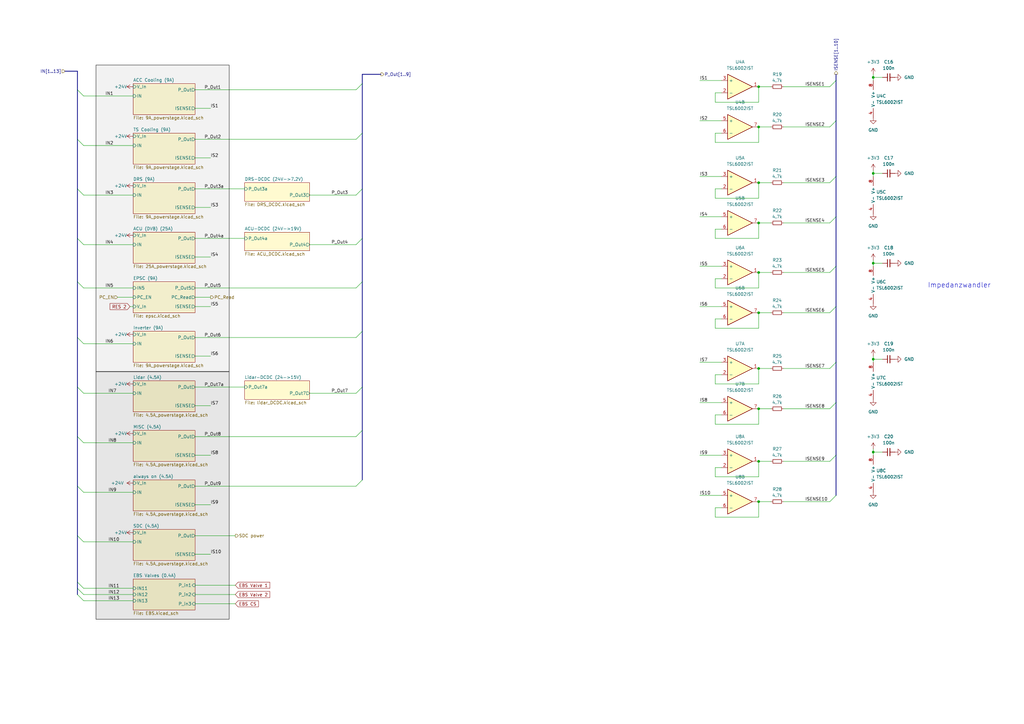
<source format=kicad_sch>
(kicad_sch (version 20231120) (generator "eeschema") (generator_version "8.0")
  (paper "A3")
  (title_block (title "PDU FT25") (date "2024-11-23") (rev "V1.1") (company "Janek Herm") (comment 1 "FaSTTUBe Electronics"))
  (lib_symbols
    (symbol "Device:C_Small" (pin_numbers hide) (pin_names (offset 0.254) hide)
      (property "Reference" "C" (at 0.254 1.778 0))
      (property "Value" "C_Small" (at 0.254 -2.032 0))
      (symbol "C_Small_0_1"
        (polyline (pts (xy -1.524 -0.508) (xy 1.524 -0.508)) (stroke (width 0.3302)))
        (polyline (pts (xy -1.524 0.508) (xy 1.524 0.508)) (stroke (width 0.3048)))
      )
      (symbol "C_Small_1_1"
        (pin passive line (at 0 2.54 270) (length 2.032) (name "~") (number "1"))
        (pin passive line (at 0 -2.54 90) (length 2.032) (name "~") (number "2"))
      )
    )
    (symbol "Device:Opamp_Dual"
      (property "Reference" "U" (at 0 5.08 0))
      (property "Value" "Opamp_Dual" (at 0 -5.08 0))
      (symbol "Opamp_Dual_1_1"
        (polyline (pts (xy -5.08 5.08) (xy 5.08 0) (xy -5.08 -5.08) (xy -5.08 5.08)) (stroke (width 0.254)) (fill (type background)))
        (pin output line (at 7.62 0 180) (length 2.54) (name "~") (number "1"))
        (pin input line (at -7.62 -2.54 0) (length 2.54) (name "-") (number "2"))
        (pin input line (at -7.62 2.54 0) (length 2.54) (name "+") (number "3"))
      )
      (symbol "Opamp_Dual_2_1"
        (polyline (pts (xy -5.08 5.08) (xy 5.08 0) (xy -5.08 -5.08) (xy -5.08 5.08)) (stroke (width 0.254)) (fill (type background)))
        (pin input line (at -7.62 2.54 0) (length 2.54) (name "+") (number "5"))
        (pin input line (at -7.62 -2.54 0) (length 2.54) (name "-") (number "6"))
        (pin output line (at 7.62 0 180) (length 2.54) (name "~") (number "7"))
      )
      (symbol "Opamp_Dual_3_1"
        (pin power_in line (at -2.54 -7.62 90) (length 3.81) (name "V-") (number "4"))
        (pin power_in line (at -2.54 7.62 270) (length 3.81) (name "V+") (number "8"))
      )
    )
    (symbol "Device:R_Small" (pin_numbers hide) (pin_names (offset 0.254) hide)
      (property "Reference" "R" (at 0.762 0.508 0))
      (property "Value" "R_Small" (at 0.762 -1.016 0))
      (symbol "R_Small_0_1"
        (rectangle (start -0.762 1.778) (end 0.762 -1.778) (stroke (width 0.2032)))
      )
      (symbol "R_Small_1_1"
        (pin passive line (at 0 2.54 270) (length 0.762) (name "~") (number "1"))
        (pin passive line (at 0 -2.54 90) (length 0.762) (name "~") (number "2"))
      )
    )
    (symbol "power:+12V" (power) (pin_numbers hide) (pin_names (offset 0) hide)
      (property "Value" "+12V" (at 0 3.556 0))
      (symbol "+12V_0_1"
        (polyline (pts (xy -0.762 1.27) (xy 0 2.54)))
        (polyline (pts (xy 0 0) (xy 0 2.54)))
        (polyline (pts (xy 0 2.54) (xy 0.762 1.27)))
      )
      (symbol "+12V_1_1"
        (pin power_in line (at 0 0 90) (length 0) (name "~") (number "1"))
      )
    )
    (symbol "power:+24V" (power) (pin_numbers hide) (pin_names (offset 0) hide)
      (property "Value" "+24V" (at 0 3.556 0))
      (symbol "+24V_0_1"
        (polyline (pts (xy -0.762 1.27) (xy 0 2.54)))
        (polyline (pts (xy 0 0) (xy 0 2.54)))
        (polyline (pts (xy 0 2.54) (xy 0.762 1.27)))
      )
      (symbol "+24V_1_1"
        (pin power_in line (at 0 0 90) (length 0) (name "~") (number "1"))
      )
    )
    (symbol "power:+3.3V" (power) (pin_numbers hide) (pin_names (offset 0) hide)
      (property "Value" "+3.3V" (at 0 3.556 0))
      (symbol "+3.3V_0_1"
        (polyline (pts (xy -0.762 1.27) (xy 0 2.54)))
        (polyline (pts (xy 0 0) (xy 0 2.54)))
        (polyline (pts (xy 0 2.54) (xy 0.762 1.27)))
      )
      (symbol "+3.3V_1_1"
        (pin power_in line (at 0 0 90) (length 0) (name "~") (number "1"))
      )
    )
    (symbol "power:GND" (power) (pin_numbers hide) (pin_names (offset 0) hide)
      (property "Value" "GND" (at 0 -3.81 0))
      (symbol "GND_0_1"
        (polyline (pts (xy 0 0) (xy 0 -1.27) (xy 1.27 -1.27) (xy 0 -2.54) (xy -1.27 -1.27) (xy 0 -1.27)))
      )
      (symbol "GND_1_1"
        (pin power_in line (at 0 0 270) (length 0) (name "~") (number "1"))
      )
    )
  )
  (junction (at 311.15 111.76))
  (junction (at 358.14 71.12))
  (junction (at 358.14 31.75))
  (junction (at 358.14 185.42))
  (junction (at 311.15 128.27))
  (junction (at 311.15 52.07))
  (junction (at 311.15 205.74))
  (junction (at 311.15 151.13))
  (junction (at 311.15 91.44))
  (junction (at 311.15 35.56))
  (junction (at 358.14 147.32))
  (junction (at 358.14 107.95))
  (junction (at 311.15 74.93))
  (junction (at 311.15 189.23))
  (junction (at 311.15 167.64))
  (bus_entry (at 31.75 199.39) (size 2.54 2.54))
  (bus_entry (at 34.29 80.01) (size -2.54 -2.54))
  (bus_entry (at 31.75 219.71) (size 2.54 2.54))
  (bus_entry (at 34.29 140.97) (size -2.54 -2.54))
  (bus_entry (at 340.36 151.13) (size 2.54 -2.54))
  (bus_entry (at 146.05 179.07) (size 2.54 -2.54))
  (bus_entry (at 340.36 189.23) (size 2.54 -2.54))
  (bus_entry (at 146.05 100.33) (size 2.54 -2.54))
  (bus_entry (at 146.05 199.39) (size 2.54 -2.54))
  (bus_entry (at 340.36 111.76) (size 2.54 -2.54))
  (bus_entry (at 340.36 205.74) (size 2.54 -2.54))
  (bus_entry (at 340.36 74.93) (size 2.54 -2.54))
  (bus_entry (at 34.29 118.11) (size -2.54 -2.54))
  (bus_entry (at 146.05 118.11) (size 2.54 -2.54))
  (bus_entry (at 340.36 52.07) (size 2.54 -2.54))
  (bus_entry (at 34.29 100.33) (size -2.54 -2.54))
  (bus_entry (at 146.05 57.15) (size 2.54 -2.54))
  (bus_entry (at 146.05 161.29) (size 2.54 -2.54))
  (bus_entry (at 340.36 167.64) (size 2.54 -2.54))
  (bus_entry (at 31.75 179.07) (size 2.54 2.54))
  (bus_entry (at 34.29 39.37) (size -2.54 -2.54))
  (bus_entry (at 146.05 80.01) (size 2.54 -2.54))
  (bus_entry (at 340.36 91.44) (size 2.54 -2.54))
  (bus_entry (at 31.75 238.76) (size 2.54 2.54))
  (bus_entry (at 31.75 243.84) (size 2.54 2.54))
  (bus_entry (at 31.75 241.3) (size 2.54 2.54))
  (bus_entry (at 340.36 128.27) (size 2.54 -2.54))
  (bus_entry (at 340.36 35.56) (size 2.54 -2.54))
  (bus_entry (at 34.29 59.69) (size -2.54 -2.54))
  (bus_entry (at 146.05 138.43) (size 2.54 -2.54))
  (bus_entry (at 146.05 36.83) (size 2.54 -2.54))
  (bus_entry (at 31.75 158.75) (size 2.54 2.54))
  (wire (pts (xy 293.37 130.81) (xy 293.37 134.62)))
  (bus (pts (xy 342.9 88.9) (xy 342.9 109.22)))
  (wire (pts (xy 311.15 189.23) (xy 311.15 195.58)))
  (bus (pts (xy 342.9 125.73) (xy 342.9 148.59)))
  (wire (pts (xy 321.31 52.07) (xy 340.36 52.07)))
  (wire (pts (xy 311.15 151.13) (xy 311.15 157.48)))
  (wire (pts (xy 34.29 100.33) (xy 54.61 100.33)))
  (wire (pts (xy 96.52 243.84) (xy 80.01 243.84)))
  (wire (pts (xy 321.31 205.74) (xy 340.36 205.74)))
  (bus (pts (xy 342.9 148.59) (xy 342.9 165.1)))
  (wire (pts (xy 358.14 30.48) (xy 358.14 31.75)))
  (wire (pts (xy 311.15 205.74) (xy 311.15 212.09)))
  (wire (pts (xy 311.15 128.27) (xy 311.15 134.62)))
  (wire (pts (xy 293.37 81.28) (xy 311.15 81.28)))
  (bus (pts (xy 31.75 241.3) (xy 31.75 243.84)))
  (wire (pts (xy 293.37 54.61) (xy 293.37 58.42)))
  (wire (pts (xy 311.15 74.93) (xy 316.23 74.93)))
  (wire (pts (xy 287.02 33.02) (xy 295.91 33.02)))
  (wire (pts (xy 311.15 189.23) (xy 316.23 189.23)))
  (wire (pts (xy 293.37 195.58) (xy 311.15 195.58)))
  (wire (pts (xy 80.01 146.05) (xy 86.36 146.05)))
  (wire (pts (xy 34.29 80.01) (xy 54.61 80.01)))
  (bus (pts (xy 31.75 238.76) (xy 31.75 241.3)))
  (wire (pts (xy 295.91 114.3) (xy 293.37 114.3)))
  (wire (pts (xy 295.91 191.77) (xy 293.37 191.77)))
  (wire (pts (xy 311.15 35.56) (xy 316.23 35.56)))
  (wire (pts (xy 295.91 130.81) (xy 293.37 130.81)))
  (wire (pts (xy 295.91 54.61) (xy 293.37 54.61)))
  (wire (pts (xy 311.15 111.76) (xy 316.23 111.76)))
  (wire (pts (xy 295.91 170.18) (xy 293.37 170.18)))
  (wire (pts (xy 287.02 148.59) (xy 295.91 148.59)))
  (bus (pts (xy 156.21 30.48) (xy 148.59 30.48)))
  (wire (pts (xy 358.14 107.95) (xy 361.95 107.95)))
  (wire (pts (xy 295.91 208.28) (xy 293.37 208.28)))
  (wire (pts (xy 358.14 69.85) (xy 358.14 71.12)))
  (wire (pts (xy 293.37 212.09) (xy 311.15 212.09)))
  (wire (pts (xy 80.01 77.47) (xy 100.33 77.47)))
  (bus (pts (xy 342.9 72.39) (xy 342.9 88.9)))
  (wire (pts (xy 80.01 44.45) (xy 86.36 44.45)))
  (bus (pts (xy 148.59 158.75) (xy 148.59 176.53)))
  (wire (pts (xy 321.31 151.13) (xy 340.36 151.13)))
  (wire (pts (xy 80.01 57.15) (xy 146.05 57.15)))
  (wire (pts (xy 358.14 185.42) (xy 358.14 186.69)))
  (wire (pts (xy 80.01 179.07) (xy 146.05 179.07)))
  (wire (pts (xy 287.02 125.73) (xy 295.91 125.73)))
  (wire (pts (xy 96.52 240.03) (xy 80.01 240.03)))
  (wire (pts (xy 287.02 109.22) (xy 295.91 109.22)))
  (wire (pts (xy 358.14 71.12) (xy 361.95 71.12)))
  (wire (pts (xy 80.01 138.43) (xy 146.05 138.43)))
  (bus (pts (xy 342.9 109.22) (xy 342.9 125.73)))
  (wire (pts (xy 311.15 167.64) (xy 316.23 167.64)))
  (wire (pts (xy 311.15 52.07) (xy 311.15 58.42)))
  (wire (pts (xy 358.14 31.75) (xy 361.95 31.75)))
  (bus (pts (xy 31.75 57.15) (xy 31.75 77.47)))
  (bus (pts (xy 31.75 29.21) (xy 31.75 36.83)))
  (wire (pts (xy 321.31 128.27) (xy 340.36 128.27)))
  (wire (pts (xy 287.02 72.39) (xy 295.91 72.39)))
  (wire (pts (xy 311.15 52.07) (xy 316.23 52.07)))
  (wire (pts (xy 80.01 105.41) (xy 86.36 105.41)))
  (wire (pts (xy 293.37 157.48) (xy 311.15 157.48)))
  (wire (pts (xy 311.15 205.74) (xy 316.23 205.74)))
  (wire (pts (xy 80.01 125.73) (xy 86.36 125.73)))
  (wire (pts (xy 293.37 97.79) (xy 311.15 97.79)))
  (wire (pts (xy 80.01 158.75) (xy 100.33 158.75)))
  (wire (pts (xy 295.91 93.98) (xy 293.37 93.98)))
  (bus (pts (xy 31.75 179.07) (xy 31.75 199.39)))
  (wire (pts (xy 80.01 207.01) (xy 86.36 207.01)))
  (bus (pts (xy 26.67 29.21) (xy 31.75 29.21)))
  (wire (pts (xy 80.01 36.83) (xy 146.05 36.83)))
  (wire (pts (xy 287.02 186.69) (xy 295.91 186.69)))
  (wire (pts (xy 293.37 58.42) (xy 311.15 58.42)))
  (bus (pts (xy 31.75 97.79) (xy 31.75 115.57)))
  (bus (pts (xy 148.59 176.53) (xy 148.59 196.85)))
  (wire (pts (xy 34.29 59.69) (xy 54.61 59.69)))
  (bus (pts (xy 342.9 186.69) (xy 342.9 203.2)))
  (wire (pts (xy 358.14 147.32) (xy 358.14 148.59)))
  (wire (pts (xy 295.91 153.67) (xy 293.37 153.67)))
  (bus (pts (xy 31.75 219.71) (xy 31.75 238.76)))
  (wire (pts (xy 321.31 91.44) (xy 340.36 91.44)))
  (wire (pts (xy 293.37 153.67) (xy 293.37 157.48)))
  (wire (pts (xy 34.29 39.37) (xy 54.61 39.37)))
  (wire (pts (xy 293.37 38.1) (xy 293.37 41.91)))
  (wire (pts (xy 34.29 222.25) (xy 54.61 222.25)))
  (wire (pts (xy 293.37 208.28) (xy 293.37 212.09)))
  (wire (pts (xy 80.01 64.77) (xy 86.36 64.77)))
  (bus (pts (xy 342.9 165.1) (xy 342.9 186.69)))
  (wire (pts (xy 34.29 118.11) (xy 54.61 118.11)))
  (wire (pts (xy 358.14 184.15) (xy 358.14 185.42)))
  (wire (pts (xy 321.31 74.93) (xy 340.36 74.93)))
  (wire (pts (xy 358.14 71.12) (xy 358.14 72.39)))
  (wire (pts (xy 293.37 134.62) (xy 311.15 134.62)))
  (wire (pts (xy 287.02 165.1) (xy 295.91 165.1)))
  (bus (pts (xy 148.59 77.47) (xy 148.59 97.79)))
  (wire (pts (xy 311.15 111.76) (xy 311.15 118.11)))
  (wire (pts (xy 321.31 111.76) (xy 340.36 111.76)))
  (wire (pts (xy 287.02 49.53) (xy 295.91 49.53)))
  (wire (pts (xy 80.01 121.92) (xy 86.36 121.92)))
  (wire (pts (xy 80.01 118.11) (xy 146.05 118.11)))
  (bus (pts (xy 31.75 158.75) (xy 31.75 179.07)))
  (wire (pts (xy 295.91 77.47) (xy 293.37 77.47)))
  (wire (pts (xy 293.37 170.18) (xy 293.37 173.99)))
  (bus (pts (xy 342.9 33.02) (xy 342.9 49.53)))
  (wire (pts (xy 34.29 243.84) (xy 54.61 243.84)))
  (wire (pts (xy 80.01 219.71) (xy 96.52 219.71)))
  (wire (pts (xy 127 100.33) (xy 146.05 100.33)))
  (bus (pts (xy 31.75 36.83) (xy 31.75 57.15)))
  (wire (pts (xy 34.29 181.61) (xy 54.61 181.61)))
  (wire (pts (xy 293.37 41.91) (xy 311.15 41.91)))
  (wire (pts (xy 293.37 118.11) (xy 311.15 118.11)))
  (wire (pts (xy 358.14 185.42) (xy 361.95 185.42)))
  (bus (pts (xy 148.59 135.89) (xy 148.59 158.75)))
  (wire (pts (xy 53.34 125.73) (xy 54.61 125.73)))
  (wire (pts (xy 311.15 74.93) (xy 311.15 81.28)))
  (wire (pts (xy 293.37 93.98) (xy 293.37 97.79)))
  (wire (pts (xy 295.91 38.1) (xy 293.37 38.1)))
  (bus (pts (xy 148.59 34.29) (xy 148.59 54.61)))
  (wire (pts (xy 54.61 201.93) (xy 34.29 201.93)))
  (wire (pts (xy 358.14 147.32) (xy 361.95 147.32)))
  (wire (pts (xy 293.37 173.99) (xy 311.15 173.99)))
  (wire (pts (xy 127 80.01) (xy 146.05 80.01)))
  (wire (pts (xy 80.01 199.39) (xy 146.05 199.39)))
  (bus (pts (xy 31.75 77.47) (xy 31.75 97.79)))
  (wire (pts (xy 293.37 191.77) (xy 293.37 195.58)))
  (bus (pts (xy 342.9 49.53) (xy 342.9 72.39)))
  (bus (pts (xy 148.59 97.79) (xy 148.59 115.57)))
  (bus (pts (xy 148.59 30.48) (xy 148.59 34.29)))
  (wire (pts (xy 80.01 186.69) (xy 86.36 186.69)))
  (wire (pts (xy 287.02 203.2) (xy 295.91 203.2)))
  (wire (pts (xy 80.01 247.65) (xy 96.52 247.65)))
  (bus (pts (xy 148.59 115.57) (xy 148.59 135.89)))
  (wire (pts (xy 321.31 35.56) (xy 340.36 35.56)))
  (wire (pts (xy 358.14 146.05) (xy 358.14 147.32)))
  (bus (pts (xy 31.75 199.39) (xy 31.75 219.71)))
  (bus (pts (xy 31.75 138.43) (xy 31.75 158.75)))
  (wire (pts (xy 311.15 91.44) (xy 311.15 97.79)))
  (wire (pts (xy 80.01 166.37) (xy 86.36 166.37)))
  (wire (pts (xy 311.15 167.64) (xy 311.15 173.99)))
  (wire (pts (xy 358.14 31.75) (xy 358.14 33.02)))
  (wire (pts (xy 311.15 91.44) (xy 316.23 91.44)))
  (wire (pts (xy 34.29 140.97) (xy 54.61 140.97)))
  (wire (pts (xy 321.31 189.23) (xy 340.36 189.23)))
  (wire (pts (xy 34.29 246.38) (xy 54.61 246.38)))
  (wire (pts (xy 358.14 106.68) (xy 358.14 107.95)))
  (wire (pts (xy 311.15 35.56) (xy 311.15 41.91)))
  (wire (pts (xy 293.37 77.47) (xy 293.37 81.28)))
  (wire (pts (xy 80.01 227.33) (xy 86.36 227.33)))
  (wire (pts (xy 287.02 88.9) (xy 295.91 88.9)))
  (bus (pts (xy 31.75 115.57) (xy 31.75 138.43)))
  (wire (pts (xy 311.15 151.13) (xy 316.23 151.13)))
  (wire (pts (xy 34.29 161.29) (xy 54.61 161.29)))
  (wire (pts (xy 358.14 107.95) (xy 358.14 109.22)))
  (wire (pts (xy 321.31 167.64) (xy 340.36 167.64)))
  (wire (pts (xy 80.01 85.09) (xy 86.36 85.09)))
  (wire (pts (xy 80.01 97.79) (xy 100.33 97.79)))
  (bus (pts (xy 148.59 54.61) (xy 148.59 77.47)))
  (wire (pts (xy 311.15 128.27) (xy 316.23 128.27)))
  (wire (pts (xy 127 161.29) (xy 146.05 161.29)))
  (wire (pts (xy 293.37 114.3) (xy 293.37 118.11)))
  (wire (pts (xy 34.29 241.3) (xy 54.61 241.3)))
  (wire (pts (xy 48.26 121.92) (xy 54.61 121.92)))
  (bus (pts (xy 342.9 30.48) (xy 342.9 33.02)))
  (rectangle (start 39.37 152.4) (end 93.98 254) (stroke (width 0) (color 0 0 0 1)) (fill (type color) (color 132 132 132 0.2)))
  (rectangle (start 39.37 26.67) (end 93.98 152.4) (stroke (width 0) (color 0 0 0 1)) (fill (type color) (color 194 194 194 0.2)))
  (text "Impedanzwandler" (at 393.446 117.094 0) (effects (font (size 2 2))))
  (label "P_Out8" (at 83.82 179.07 0))
  (label "ISENSE6" (at 330.2 128.27 0))
  (label "IS2" (at 86.36 64.77 0))
  (label "IN2" (at 43.18 59.69 0))
  (label "IS6" (at 86.36 146.05 0))
  (label "P_Out5" (at 83.82 118.11 0))
  (label "IS6" (at 287.02 125.73 0))
  (label "IS1" (at 86.36 44.45 0))
  (label "ISENSE9" (at 330.2 189.23 0))
  (label "IS7" (at 86.36 166.37 0))
  (label "P_Out1" (at 83.82 36.83 0))
  (label "IN4" (at 43.18 100.33 0))
  (label "IN10" (at 44.45 222.25 0))
  (label "IS5" (at 86.36 125.73 0))
  (label "P_Out2" (at 83.82 57.15 0))
  (label "IS9" (at 287.02 186.69 0))
  (label "IS8" (at 287.02 165.1 0))
  (label "P_Out7a" (at 83.82 158.75 0))
  (label "IN8" (at 44.45 181.61 0))
  (label "IS5" (at 287.02 109.22 0))
  (label "IS8" (at 86.36 186.69 0))
  (label "IS2" (at 287.02 49.53 0))
  (label "IS4" (at 287.02 88.9 0))
  (label "P_Out3" (at 135.89 80.01 0))
  (label "ISENSE3" (at 330.2 74.93 0))
  (label "IN6" (at 43.18 140.97 0))
  (label "IS1" (at 287.02 33.02 0))
  (label "IS10" (at 287.02 203.2 0))
  (label "P_Out3a" (at 83.82 77.47 0))
  (label "P_Out6" (at 83.82 138.43 0))
  (label "IS10" (at 86.36 227.33 0))
  (label "IN9" (at 44.45 201.93 0))
  (label "IN3" (at 43.18 80.01 0))
  (label "IS7" (at 287.02 148.59 0))
  (label "IS4" (at 86.36 105.41 0))
  (label "P_Out7" (at 135.89 161.29 0))
  (label "ISENSE4" (at 330.2 91.44 0))
  (label "IN12" (at 44.45 243.84 0))
  (label "P_Out4" (at 135.89 100.33 0))
  (label "IS3" (at 287.02 72.39 0))
  (label "P_Out9" (at 83.82 199.39 0))
  (label "IS9" (at 86.36 207.01 0))
  (label "IN7" (at 44.45 161.29 0))
  (label "ISENSE2" (at 330.2 52.07 0))
  (label "IS3" (at 86.36 85.09 0))
  (label "IN1" (at 43.18 39.37 0))
  (label "ISENSE10" (at 330.2 205.74 0))
  (label "ISENSE5" (at 330.2 111.76 0))
  (label "P_Out4a" (at 83.82 97.79 0))
  (label "ISENSE8" (at 330.2 167.64 0))
  (label "IN5" (at 43.18 118.11 0))
  (label "IN13" (at 44.45 246.38 0))
  (label "ISENSE1" (at 330.2 35.56 0))
  (label "ISENSE7" (at 330.2 151.13 0))
  (label "IN11" (at 44.45 241.3 0))
  (global_label "RES 2" (shape input) (at 53.34 125.73 180) (property "Intersheetrefs" "${INTERSHEET_REFS}" (effects (hide yes))))
  (global_label "EBS CS" (shape input) (at 96.52 247.65 0) (property "Intersheetrefs" "${INTERSHEET_REFS}" (effects (hide yes))))
  (global_label "EBS Valve 1" (shape input) (at 96.52 240.03 0) (property "Intersheetrefs" "${INTERSHEET_REFS}" (effects (hide yes))))
  (global_label "EBS Valve 2" (shape input) (at 96.52 243.84 0) (property "Intersheetrefs" "${INTERSHEET_REFS}" (effects (hide yes))))
  (hierarchical_label "PC_EN" (shape input) (at 48.26 121.92 180))
  (hierarchical_label "ISENSE[1..10]" (shape output) (at 342.9 30.48 90))
  (hierarchical_label "PC_Read" (shape output) (at 86.36 121.92 0))
  (hierarchical_label "P_Out[1..9]" (shape output) (at 156.21 30.48 0))
  (hierarchical_label "IN[1..13]" (shape input) (at 26.67 29.21 180))
  (hierarchical_label "SDC power" (shape output) (at 96.52 219.71 0))
  (symbol (lib_id "power:GND") (at 367.03 147.32 90) (unit 1)
    (property "Reference" "#PWR060" (effects (hide yes)))
    (property "Value" "GND" (at 370.84 147.3199 90) (effects (justify right)))
    (property "Description" "Power symbol creates a global label with name \"GND\" , ground" (effects (hide yes)))
  )
  (symbol (lib_id "power:+12V") (at 54.61 76.2 90) (unit 1)
    (property "Reference" "#PWR052" (effects (hide yes)))
    (property "Value" "+24V" (at 49.53 76.2 90))
    (property "Description" "Power symbol creates a global label with name \"+12V\"" (effects (hide yes)))
  )
  (symbol (lib_id "Device:Opamp_Dual") (at 360.68 194.31 0) (unit 3)
    (property "Reference" "U8" (at 359.41 193.0399 0) (effects (justify left)))
    (property "Value" "TSL6002IST" (at 359.41 195.5799 0) (effects (justify left)))
    (property "Footprint" "TSL6002IST:SOP65P490X110-8N" (effects (hide yes)))
    (property "Datasheet" "https://www.st.com/resource/en/datasheet/tsl6001.pdf" (effects (hide yes)))
    (property "Description" "Dual operational amplifier" (effects (hide yes)))
    (property "Sim.Library" "${KICAD7_SYMBOL_DIR}/Simulation_SPICE.sp" (effects (hide yes)))
    (property "Sim.Name" "kicad_builtin_opamp_dual" (effects (hide yes)))
    (property "Sim.Device" "SUBCKT" (effects (hide yes)))
    (property "Sim.Pins" "1=out1 2=in1- 3=in1+ 4=vee 5=in2+ 6=in2- 7=out2 8=vcc" (effects (hide yes)))
  )
  (symbol (lib_id "Device:R_Small") (at 318.77 128.27 90) (unit 1)
    (property "Reference" "R24" (at 318.77 123.19 90))
    (property "Value" "4.7k" (at 318.77 125.73 90))
    (property "Footprint" "Resistor_SMD:R_0603_1608Metric_Pad0.98x0.95mm_HandSolder" (effects (hide yes)))
    (property "Description" "Resistor, small symbol" (effects (hide yes)))
  )
  (symbol (lib_id "Device:C_Small") (at 364.49 31.75 90) (unit 1)
    (property "Reference" "C16" (at 364.4963 25.4 90))
    (property "Value" "100n" (at 364.4963 27.94 90))
    (property "Footprint" "Capacitor_SMD:C_0603_1608Metric_Pad1.08x0.95mm_HandSolder" (effects (hide yes)))
    (property "Description" "Unpolarized capacitor, small symbol" (effects (hide yes)))
  )
  (symbol (lib_id "power:+24V") (at 54.61 198.12 90) (unit 1)
    (property "Reference" "#PWR066" (effects (hide yes)))
    (property "Value" "+24V" (at 50.8 198.1199 90) (effects (justify left)))
    (property "Description" "Power symbol creates a global label with name \"+24V\"" (effects (hide yes)))
  )
  (symbol (lib_id "power:+3.3V") (at 358.14 184.15 0) (unit 1)
    (property "Reference" "#PWR064" (effects (hide yes)))
    (property "Value" "+3V3" (at 358.14 179.07 0))
    (property "Description" "Power symbol creates a global label with name \"+3.3V\"" (effects (hide yes)))
  )
  (symbol (lib_id "power:GND") (at 358.14 48.26 0) (unit 1)
    (property "Reference" "#PWR048" (effects (hide yes)))
    (property "Value" "GND" (at 358.14 53.34 0))
    (property "Description" "Power symbol creates a global label with name \"GND\" , ground" (effects (hide yes)))
  )
  (symbol (lib_id "Device:Opamp_Dual") (at 303.53 91.44 0) (unit 2)
    (property "Reference" "U5" (at 303.53 81.28 0))
    (property "Value" "TSL6002IST" (at 303.53 83.82 0))
    (property "Footprint" "TSL6002IST:SOP65P490X110-8N" (effects (hide yes)))
    (property "Datasheet" "https://www.st.com/resource/en/datasheet/tsl6001.pdf" (effects (hide yes)))
    (property "Description" "Dual operational amplifier" (effects (hide yes)))
    (property "Sim.Library" "${KICAD7_SYMBOL_DIR}/Simulation_SPICE.sp" (effects (hide yes)))
    (property "Sim.Name" "kicad_builtin_opamp_dual" (effects (hide yes)))
    (property "Sim.Device" "SUBCKT" (effects (hide yes)))
    (property "Sim.Pins" "1=out1 2=in1- 3=in1+ 4=vee 5=in2+ 6=in2- 7=out2 8=vcc" (effects (hide yes)))
  )
  (symbol (lib_id "power:+3.3V") (at 358.14 69.85 0) (unit 1)
    (property "Reference" "#PWR050" (effects (hide yes)))
    (property "Value" "+3V3" (at 358.14 64.77 0))
    (property "Description" "Power symbol creates a global label with name \"+3.3V\"" (effects (hide yes)))
  )
  (symbol (lib_id "Device:Opamp_Dual") (at 360.68 80.01 0) (unit 3)
    (property "Reference" "U5" (at 359.41 78.7399 0) (effects (justify left)))
    (property "Value" "TSL6002IST" (at 359.41 81.2799 0) (effects (justify left)))
    (property "Footprint" "TSL6002IST:SOP65P490X110-8N" (effects (hide yes)))
    (property "Datasheet" "https://www.st.com/resource/en/datasheet/tsl6001.pdf" (effects (hide yes)))
    (property "Description" "Dual operational amplifier" (effects (hide yes)))
    (property "Sim.Library" "${KICAD7_SYMBOL_DIR}/Simulation_SPICE.sp" (effects (hide yes)))
    (property "Sim.Name" "kicad_builtin_opamp_dual" (effects (hide yes)))
    (property "Sim.Device" "SUBCKT" (effects (hide yes)))
    (property "Sim.Pins" "1=out1 2=in1- 3=in1+ 4=vee 5=in2+ 6=in2- 7=out2 8=vcc" (effects (hide yes)))
  )
  (symbol (lib_id "Device:C_Small") (at 364.49 185.42 90) (unit 1)
    (property "Reference" "C20" (at 364.4963 179.07 90))
    (property "Value" "100n" (at 364.4963 181.61 90))
    (property "Footprint" "Capacitor_SMD:C_0603_1608Metric_Pad1.08x0.95mm_HandSolder" (effects (hide yes)))
    (property "Description" "Unpolarized capacitor, small symbol" (effects (hide yes)))
  )
  (symbol (lib_id "Device:R_Small") (at 318.77 111.76 90) (unit 1)
    (property "Reference" "R23" (at 318.77 106.68 90))
    (property "Value" "4.7k" (at 318.77 109.22 90))
    (property "Footprint" "Resistor_SMD:R_0603_1608Metric_Pad0.98x0.95mm_HandSolder" (effects (hide yes)))
    (property "Description" "Resistor, small symbol" (effects (hide yes)))
  )
  (symbol (lib_id "Device:R_Small") (at 318.77 74.93 90) (unit 1)
    (property "Reference" "R21" (at 318.77 69.85 90))
    (property "Value" "4.7k" (at 318.77 72.39 90))
    (property "Footprint" "Resistor_SMD:R_0603_1608Metric_Pad0.98x0.95mm_HandSolder" (effects (hide yes)))
    (property "Description" "Resistor, small symbol" (effects (hide yes)))
  )
  (symbol (lib_id "Device:Opamp_Dual") (at 303.53 35.56 0) (unit 1)
    (property "Reference" "U4" (at 303.53 25.4 0))
    (property "Value" "TSL6002IST" (at 303.53 27.94 0))
    (property "Footprint" "TSL6002IST:SOP65P490X110-8N" (effects (hide yes)))
    (property "Datasheet" "https://www.st.com/resource/en/datasheet/tsl6001.pdf" (effects (hide yes)))
    (property "Description" "Dual operational amplifier" (effects (hide yes)))
    (property "Sim.Library" "${KICAD7_SYMBOL_DIR}/Simulation_SPICE.sp" (effects (hide yes)))
    (property "Sim.Name" "kicad_builtin_opamp_dual" (effects (hide yes)))
    (property "Sim.Device" "SUBCKT" (effects (hide yes)))
    (property "Sim.Pins" "1=out1 2=in1- 3=in1+ 4=vee 5=in2+ 6=in2- 7=out2 8=vcc" (effects (hide yes)))
  )
  (symbol (lib_id "power:+12V") (at 54.61 137.16 90) (unit 1)
    (property "Reference" "#PWR058" (effects (hide yes)))
    (property "Value" "+24V" (at 49.53 137.16 90))
    (property "Description" "Power symbol creates a global label with name \"+12V\"" (effects (hide yes)))
  )
  (symbol (lib_id "Device:Opamp_Dual") (at 303.53 151.13 0) (unit 1)
    (property "Reference" "U7" (at 303.53 140.97 0))
    (property "Value" "TSL6002IST" (at 303.53 143.51 0))
    (property "Footprint" "TSL6002IST:SOP65P490X110-8N" (effects (hide yes)))
    (property "Datasheet" "https://www.st.com/resource/en/datasheet/tsl6001.pdf" (effects (hide yes)))
    (property "Description" "Dual operational amplifier" (effects (hide yes)))
    (property "Sim.Library" "${KICAD7_SYMBOL_DIR}/Simulation_SPICE.sp" (effects (hide yes)))
    (property "Sim.Name" "kicad_builtin_opamp_dual" (effects (hide yes)))
    (property "Sim.Device" "SUBCKT" (effects (hide yes)))
    (property "Sim.Pins" "1=out1 2=in1- 3=in1+ 4=vee 5=in2+ 6=in2- 7=out2 8=vcc" (effects (hide yes)))
  )
  (symbol (lib_id "Device:R_Small") (at 318.77 189.23 90) (unit 1)
    (property "Reference" "R27" (at 318.77 184.15 90))
    (property "Value" "4.7k" (at 318.77 186.69 90))
    (property "Footprint" "Resistor_SMD:R_0603_1608Metric_Pad0.98x0.95mm_HandSolder" (effects (hide yes)))
    (property "Description" "Resistor, small symbol" (effects (hide yes)))
  )
  (symbol (lib_id "Device:Opamp_Dual") (at 360.68 156.21 0) (unit 3)
    (property "Reference" "U7" (at 359.41 154.9399 0) (effects (justify left)))
    (property "Value" "TSL6002IST" (at 359.41 157.4799 0) (effects (justify left)))
    (property "Footprint" "TSL6002IST:SOP65P490X110-8N" (effects (hide yes)))
    (property "Datasheet" "https://www.st.com/resource/en/datasheet/tsl6001.pdf" (effects (hide yes)))
    (property "Description" "Dual operational amplifier" (effects (hide yes)))
    (property "Sim.Library" "${KICAD7_SYMBOL_DIR}/Simulation_SPICE.sp" (effects (hide yes)))
    (property "Sim.Name" "kicad_builtin_opamp_dual" (effects (hide yes)))
    (property "Sim.Device" "SUBCKT" (effects (hide yes)))
    (property "Sim.Pins" "1=out1 2=in1- 3=in1+ 4=vee 5=in2+ 6=in2- 7=out2 8=vcc" (effects (hide yes)))
  )
  (symbol (lib_id "power:+12V") (at 54.61 35.56 90) (unit 1)
    (property "Reference" "#PWR047" (effects (hide yes)))
    (property "Value" "+24V" (at 49.53 35.56 90))
    (property "Description" "Power symbol creates a global label with name \"+12V\"" (effects (hide yes)))
  )
  (symbol (lib_id "power:+12V") (at 54.61 55.88 90) (unit 1)
    (property "Reference" "#PWR049" (effects (hide yes)))
    (property "Value" "+24V" (at 49.53 55.88 90))
    (property "Description" "Power symbol creates a global label with name \"+12V\"" (effects (hide yes)))
  )
  (symbol (lib_id "Device:Opamp_Dual") (at 303.53 111.76 0) (unit 1)
    (property "Reference" "U6" (at 303.53 101.6 0))
    (property "Value" "TSL6002IST" (at 303.53 104.14 0))
    (property "Footprint" "TSL6002IST:SOP65P490X110-8N" (effects (hide yes)))
    (property "Datasheet" "https://www.st.com/resource/en/datasheet/tsl6001.pdf" (effects (hide yes)))
    (property "Description" "Dual operational amplifier" (effects (hide yes)))
    (property "Sim.Library" "${KICAD7_SYMBOL_DIR}/Simulation_SPICE.sp" (effects (hide yes)))
    (property "Sim.Name" "kicad_builtin_opamp_dual" (effects (hide yes)))
    (property "Sim.Device" "SUBCKT" (effects (hide yes)))
    (property "Sim.Pins" "1=out1 2=in1- 3=in1+ 4=vee 5=in2+ 6=in2- 7=out2 8=vcc" (effects (hide yes)))
  )
  (symbol (lib_id "power:+3.3V") (at 358.14 30.48 0) (unit 1)
    (property "Reference" "#PWR045" (effects (hide yes)))
    (property "Value" "+3V3" (at 358.14 25.4 0))
    (property "Description" "Power symbol creates a global label with name \"+3.3V\"" (effects (hide yes)))
  )
  (symbol (lib_id "Device:Opamp_Dual") (at 360.68 40.64 0) (unit 3)
    (property "Reference" "U4" (at 359.41 39.3699 0) (effects (justify left)))
    (property "Value" "TSL6002IST" (at 359.41 41.9099 0) (effects (justify left)))
    (property "Footprint" "TSL6002IST:SOP65P490X110-8N" (effects (hide yes)))
    (property "Datasheet" "https://www.st.com/resource/en/datasheet/tsl6001.pdf" (effects (hide yes)))
    (property "Description" "Dual operational amplifier" (effects (hide yes)))
    (property "Sim.Library" "${KICAD7_SYMBOL_DIR}/Simulation_SPICE.sp" (effects (hide yes)))
    (property "Sim.Name" "kicad_builtin_opamp_dual" (effects (hide yes)))
    (property "Sim.Device" "SUBCKT" (effects (hide yes)))
    (property "Sim.Pins" "1=out1 2=in1- 3=in1+ 4=vee 5=in2+ 6=in2- 7=out2 8=vcc" (effects (hide yes)))
  )
  (symbol (lib_id "power:+12V") (at 54.61 157.48 90) (unit 1)
    (property "Reference" "#PWR061" (effects (hide yes)))
    (property "Value" "+24V" (at 49.53 157.48 90))
    (property "Description" "Power symbol creates a global label with name \"+12V\"" (effects (hide yes)))
  )
  (symbol (lib_id "Device:R_Small") (at 318.77 35.56 90) (unit 1)
    (property "Reference" "R19" (at 318.77 30.48 90))
    (property "Value" "4.7k" (at 318.77 33.02 90))
    (property "Footprint" "Resistor_SMD:R_0603_1608Metric_Pad0.98x0.95mm_HandSolder" (effects (hide yes)))
    (property "Description" "Resistor, small symbol" (effects (hide yes)))
  )
  (symbol (lib_id "power:GND") (at 367.03 31.75 90) (unit 1)
    (property "Reference" "#PWR046" (effects (hide yes)))
    (property "Value" "GND" (at 370.84 31.7499 90) (effects (justify right)))
    (property "Description" "Power symbol creates a global label with name \"GND\" , ground" (effects (hide yes)))
  )
  (symbol (lib_id "power:GND") (at 358.14 87.63 0) (unit 1)
    (property "Reference" "#PWR053" (effects (hide yes)))
    (property "Value" "GND" (at 358.14 92.71 0))
    (property "Description" "Power symbol creates a global label with name \"GND\" , ground" (effects (hide yes)))
  )
  (symbol (lib_id "power:GND") (at 367.03 185.42 90) (unit 1)
    (property "Reference" "#PWR065" (effects (hide yes)))
    (property "Value" "GND" (at 370.84 185.4199 90) (effects (justify right)))
    (property "Description" "Power symbol creates a global label with name \"GND\" , ground" (effects (hide yes)))
  )
  (symbol (lib_id "power:GND") (at 358.14 163.83 0) (unit 1)
    (property "Reference" "#PWR062" (effects (hide yes)))
    (property "Value" "GND" (at 358.14 168.91 0))
    (property "Description" "Power symbol creates a global label with name \"GND\" , ground" (effects (hide yes)))
  )
  (symbol (lib_id "Device:C_Small") (at 364.49 107.95 90) (unit 1)
    (property "Reference" "C18" (at 364.4963 101.6 90))
    (property "Value" "100n" (at 364.4963 104.14 90))
    (property "Footprint" "Capacitor_SMD:C_0603_1608Metric_Pad1.08x0.95mm_HandSolder" (effects (hide yes)))
    (property "Description" "Unpolarized capacitor, small symbol" (effects (hide yes)))
  )
  (symbol (lib_id "power:GND") (at 367.03 107.95 90) (unit 1)
    (property "Reference" "#PWR056" (effects (hide yes)))
    (property "Value" "GND" (at 370.84 107.9499 90) (effects (justify right)))
    (property "Description" "Power symbol creates a global label with name \"GND\" , ground" (effects (hide yes)))
  )
  (symbol (lib_id "power:+3.3V") (at 358.14 146.05 0) (unit 1)
    (property "Reference" "#PWR059" (effects (hide yes)))
    (property "Value" "+3V3" (at 358.14 140.97 0))
    (property "Description" "Power symbol creates a global label with name \"+3.3V\"" (effects (hide yes)))
  )
  (symbol (lib_id "power:+12V") (at 54.61 96.52 90) (unit 1)
    (property "Reference" "#PWR054" (effects (hide yes)))
    (property "Value" "+24V" (at 49.53 96.52 90))
    (property "Description" "Power symbol creates a global label with name \"+12V\"" (effects (hide yes)))
  )
  (symbol (lib_id "Device:Opamp_Dual") (at 303.53 189.23 0) (unit 1)
    (property "Reference" "U8" (at 303.53 179.07 0))
    (property "Value" "TSL6002IST" (at 303.53 181.61 0))
    (property "Footprint" "TSL6002IST:SOP65P490X110-8N" (effects (hide yes)))
    (property "Datasheet" "https://www.st.com/resource/en/datasheet/tsl6001.pdf" (effects (hide yes)))
    (property "Description" "Dual operational amplifier" (effects (hide yes)))
    (property "Sim.Library" "${KICAD7_SYMBOL_DIR}/Simulation_SPICE.sp" (effects (hide yes)))
    (property "Sim.Name" "kicad_builtin_opamp_dual" (effects (hide yes)))
    (property "Sim.Device" "SUBCKT" (effects (hide yes)))
    (property "Sim.Pins" "1=out1 2=in1- 3=in1+ 4=vee 5=in2+ 6=in2- 7=out2 8=vcc" (effects (hide yes)))
  )
  (symbol (lib_id "power:+12V") (at 54.61 177.8 90) (unit 1)
    (property "Reference" "#PWR063" (effects (hide yes)))
    (property "Value" "+24V" (at 49.53 177.8 90))
    (property "Description" "Power symbol creates a global label with name \"+12V\"" (effects (hide yes)))
  )
  (symbol (lib_id "Device:R_Small") (at 318.77 91.44 90) (unit 1)
    (property "Reference" "R22" (at 318.77 86.36 90))
    (property "Value" "4.7k" (at 318.77 88.9 90))
    (property "Footprint" "Resistor_SMD:R_0603_1608Metric_Pad0.98x0.95mm_HandSolder" (effects (hide yes)))
    (property "Description" "Resistor, small symbol" (effects (hide yes)))
  )
  (symbol (lib_id "Device:C_Small") (at 364.49 147.32 90) (unit 1)
    (property "Reference" "C19" (at 364.4963 140.97 90))
    (property "Value" "100n" (at 364.4963 143.51 90))
    (property "Footprint" "Capacitor_SMD:C_0603_1608Metric_Pad1.08x0.95mm_HandSolder" (effects (hide yes)))
    (property "Description" "Unpolarized capacitor, small symbol" (effects (hide yes)))
  )
  (symbol (lib_id "power:+12V") (at 54.61 218.44 90) (unit 1)
    (property "Reference" "#PWR068" (effects (hide yes)))
    (property "Value" "+24V" (at 49.53 218.44 90))
    (property "Description" "Power symbol creates a global label with name \"+12V\"" (effects (hide yes)))
  )
  (symbol (lib_id "Device:Opamp_Dual") (at 303.53 167.64 0) (unit 2)
    (property "Reference" "U7" (at 303.53 157.48 0))
    (property "Value" "TSL6002IST" (at 303.53 160.02 0))
    (property "Footprint" "TSL6002IST:SOP65P490X110-8N" (effects (hide yes)))
    (property "Datasheet" "https://www.st.com/resource/en/datasheet/tsl6001.pdf" (effects (hide yes)))
    (property "Description" "Dual operational amplifier" (effects (hide yes)))
    (property "Sim.Library" "${KICAD7_SYMBOL_DIR}/Simulation_SPICE.sp" (effects (hide yes)))
    (property "Sim.Name" "kicad_builtin_opamp_dual" (effects (hide yes)))
    (property "Sim.Device" "SUBCKT" (effects (hide yes)))
    (property "Sim.Pins" "1=out1 2=in1- 3=in1+ 4=vee 5=in2+ 6=in2- 7=out2 8=vcc" (effects (hide yes)))
  )
  (symbol (lib_id "Device:Opamp_Dual") (at 303.53 74.93 0) (unit 1)
    (property "Reference" "U5" (at 303.53 64.77 0))
    (property "Value" "TSL6002IST" (at 303.53 67.31 0))
    (property "Footprint" "TSL6002IST:SOP65P490X110-8N" (effects (hide yes)))
    (property "Datasheet" "https://www.st.com/resource/en/datasheet/tsl6001.pdf" (effects (hide yes)))
    (property "Description" "Dual operational amplifier" (effects (hide yes)))
    (property "Sim.Library" "${KICAD7_SYMBOL_DIR}/Simulation_SPICE.sp" (effects (hide yes)))
    (property "Sim.Name" "kicad_builtin_opamp_dual" (effects (hide yes)))
    (property "Sim.Device" "SUBCKT" (effects (hide yes)))
    (property "Sim.Pins" "1=out1 2=in1- 3=in1+ 4=vee 5=in2+ 6=in2- 7=out2 8=vcc" (effects (hide yes)))
  )
  (symbol (lib_id "Device:Opamp_Dual") (at 360.68 116.84 0) (unit 3)
    (property "Reference" "U6" (at 359.41 115.5699 0) (effects (justify left)))
    (property "Value" "TSL6002IST" (at 359.41 118.1099 0) (effects (justify left)))
    (property "Footprint" "TSL6002IST:SOP65P490X110-8N" (effects (hide yes)))
    (property "Datasheet" "https://www.st.com/resource/en/datasheet/tsl6001.pdf" (effects (hide yes)))
    (property "Description" "Dual operational amplifier" (effects (hide yes)))
    (property "Sim.Library" "${KICAD7_SYMBOL_DIR}/Simulation_SPICE.sp" (effects (hide yes)))
    (property "Sim.Name" "kicad_builtin_opamp_dual" (effects (hide yes)))
    (property "Sim.Device" "SUBCKT" (effects (hide yes)))
    (property "Sim.Pins" "1=out1 2=in1- 3=in1+ 4=vee 5=in2+ 6=in2- 7=out2 8=vcc" (effects (hide yes)))
  )
  (symbol (lib_id "Device:R_Small") (at 318.77 205.74 90) (unit 1)
    (property "Reference" "R28" (at 318.77 200.66 90))
    (property "Value" "4.7k" (at 318.77 203.2 90))
    (property "Footprint" "Resistor_SMD:R_0603_1608Metric_Pad0.98x0.95mm_HandSolder" (effects (hide yes)))
    (property "Description" "Resistor, small symbol" (effects (hide yes)))
  )
  (symbol (lib_id "Device:R_Small") (at 318.77 151.13 90) (unit 1)
    (property "Reference" "R25" (at 318.77 146.05 90))
    (property "Value" "4.7k" (at 318.77 148.59 90))
    (property "Footprint" "Resistor_SMD:R_0603_1608Metric_Pad0.98x0.95mm_HandSolder" (effects (hide yes)))
    (property "Description" "Resistor, small symbol" (effects (hide yes)))
  )
  (symbol (lib_id "Device:R_Small") (at 318.77 52.07 90) (unit 1)
    (property "Reference" "R20" (at 318.77 46.99 90))
    (property "Value" "4.7k" (at 318.77 49.53 90))
    (property "Footprint" "Resistor_SMD:R_0603_1608Metric_Pad0.98x0.95mm_HandSolder" (effects (hide yes)))
    (property "Description" "Resistor, small symbol" (effects (hide yes)))
  )
  (symbol (lib_id "power:GND") (at 367.03 71.12 90) (unit 1)
    (property "Reference" "#PWR051" (effects (hide yes)))
    (property "Value" "GND" (at 370.84 71.1199 90) (effects (justify right)))
    (property "Description" "Power symbol creates a global label with name \"GND\" , ground" (effects (hide yes)))
  )
  (symbol (lib_id "Device:R_Small") (at 318.77 167.64 90) (unit 1)
    (property "Reference" "R26" (at 318.77 162.56 90))
    (property "Value" "4.7k" (at 318.77 165.1 90))
    (property "Footprint" "Resistor_SMD:R_0603_1608Metric_Pad0.98x0.95mm_HandSolder" (effects (hide yes)))
    (property "Description" "Resistor, small symbol" (effects (hide yes)))
  )
  (symbol (lib_id "power:+3.3V") (at 358.14 106.68 0) (unit 1)
    (property "Reference" "#PWR055" (effects (hide yes)))
    (property "Value" "+3V3" (at 358.14 101.6 0))
    (property "Description" "Power symbol creates a global label with name \"+3.3V\"" (effects (hide yes)))
  )
  (symbol (lib_id "Device:Opamp_Dual") (at 303.53 205.74 0) (unit 2)
    (property "Reference" "U8" (at 303.53 195.58 0))
    (property "Value" "TSL6002IST" (at 303.53 198.12 0))
    (property "Footprint" "TSL6002IST:SOP65P490X110-8N" (effects (hide yes)))
    (property "Datasheet" "https://www.st.com/resource/en/datasheet/tsl6001.pdf" (effects (hide yes)))
    (property "Description" "Dual operational amplifier" (effects (hide yes)))
    (property "Sim.Library" "${KICAD7_SYMBOL_DIR}/Simulation_SPICE.sp" (effects (hide yes)))
    (property "Sim.Name" "kicad_builtin_opamp_dual" (effects (hide yes)))
    (property "Sim.Device" "SUBCKT" (effects (hide yes)))
    (property "Sim.Pins" "1=out1 2=in1- 3=in1+ 4=vee 5=in2+ 6=in2- 7=out2 8=vcc" (effects (hide yes)))
  )
  (symbol (lib_id "power:GND") (at 358.14 201.93 0) (unit 1)
    (property "Reference" "#PWR067" (effects (hide yes)))
    (property "Value" "GND" (at 358.14 207.01 0))
    (property "Description" "Power symbol creates a global label with name \"GND\" , ground" (effects (hide yes)))
  )
  (symbol (lib_id "Device:Opamp_Dual") (at 303.53 128.27 0) (unit 2)
    (property "Reference" "U6" (at 303.53 118.11 0))
    (property "Value" "TSL6002IST" (at 303.53 120.65 0))
    (property "Footprint" "TSL6002IST:SOP65P490X110-8N" (effects (hide yes)))
    (property "Datasheet" "https://www.st.com/resource/en/datasheet/tsl6001.pdf" (effects (hide yes)))
    (property "Description" "Dual operational amplifier" (effects (hide yes)))
    (property "Sim.Library" "${KICAD7_SYMBOL_DIR}/Simulation_SPICE.sp" (effects (hide yes)))
    (property "Sim.Name" "kicad_builtin_opamp_dual" (effects (hide yes)))
    (property "Sim.Device" "SUBCKT" (effects (hide yes)))
    (property "Sim.Pins" "1=out1 2=in1- 3=in1+ 4=vee 5=in2+ 6=in2- 7=out2 8=vcc" (effects (hide yes)))
  )
  (symbol (lib_id "power:GND") (at 358.14 124.46 0) (unit 1)
    (property "Reference" "#PWR057" (effects (hide yes)))
    (property "Value" "GND" (at 358.14 129.54 0))
    (property "Description" "Power symbol creates a global label with name \"GND\" , ground" (effects (hide yes)))
  )
  (symbol (lib_id "Device:C_Small") (at 364.49 71.12 90) (unit 1)
    (property "Reference" "C17" (at 364.4963 64.77 90))
    (property "Value" "100n" (at 364.4963 67.31 90))
    (property "Footprint" "Capacitor_SMD:C_0603_1608Metric_Pad1.08x0.95mm_HandSolder" (effects (hide yes)))
    (property "Description" "Unpolarized capacitor, small symbol" (effects (hide yes)))
  )
  (symbol (lib_id "Device:Opamp_Dual") (at 303.53 52.07 0) (unit 2)
    (property "Reference" "U4" (at 303.53 41.91 0))
    (property "Value" "TSL6002IST" (at 303.53 44.45 0))
    (property "Footprint" "TSL6002IST:SOP65P490X110-8N" (effects (hide yes)))
    (property "Datasheet" "https://www.st.com/resource/en/datasheet/tsl6001.pdf" (effects (hide yes)))
    (property "Description" "Dual operational amplifier" (effects (hide yes)))
    (property "Sim.Library" "${KICAD7_SYMBOL_DIR}/Simulation_SPICE.sp" (effects (hide yes)))
    (property "Sim.Name" "kicad_builtin_opamp_dual" (effects (hide yes)))
    (property "Sim.Device" "SUBCKT" (effects (hide yes)))
    (property "Sim.Pins" "1=out1 2=in1- 3=in1+ 4=vee 5=in2+ 6=in2- 7=out2 8=vcc" (effects (hide yes)))
  )
  (sheet (at 54.61 74.93) (size 25.4 12.7) (stroke (width 0.1524)) (fill (color 255 250 208 1.0000))
    (property "Sheetname" "DRS (9A)" (at 54.61 74.2184 0) (effects (justify left bottom)))
    (property "Sheetfile" "9A_powerstage.kicad_sch" (at 54.61 88.2146 0) (effects (justify left top)))
    (pin "V_In" input (at 54.61 76.2 180))
    (pin "P_Out" output (at 80.01 77.47 0))
    (pin "IN" input (at 54.61 80.01 180))
    (pin "ISENSE" output (at 80.01 85.09 0))
  )
  (sheet (at 54.61 54.61) (size 25.4 12.7) (stroke (width 0.1524)) (fill (color 255 250 208 1.0000))
    (property "Sheetname" "TS Cooling (9A)" (at 54.61 53.8984 0) (effects (justify left bottom)))
    (property "Sheetfile" "9A_powerstage.kicad_sch" (at 54.61 67.8946 0) (effects (justify left top)))
    (pin "V_In" input (at 54.61 55.88 180))
    (pin "P_Out" output (at 80.01 57.15 0))
    (pin "IN" input (at 54.61 59.69 180))
    (pin "ISENSE" output (at 80.01 64.77 0))
  )
  (sheet (at 54.61 95.25) (size 25.4 12.7) (stroke (width 0.1524)) (fill (color 255 250 208 1.0000))
    (property "Sheetname" "ACU (DVB) (25A)" (at 54.61 94.5384 0) (effects (justify left bottom)))
    (property "Sheetfile" "25A_powerstage.kicad_sch" (at 54.61 108.5346 0) (effects (justify left top)))
    (pin "V_In" input (at 54.61 96.52 180))
    (pin "P_Out" output (at 80.01 97.79 0))
    (pin "IN" input (at 54.61 100.33 180))
    (pin "ISENSE" output (at 80.01 105.41 0))
  )
  (sheet (at 100.33 74.93) (size 26.67 7.62) (stroke (width 0.1524)) (fill (color 255 250 208 1.0000))
    (property "Sheetname" "DRS-DCDC (24V->7.2V)" (at 100.33 74.2184 0) (effects (justify left bottom)))
    (property "Sheetfile" "DRS_DCDC.kicad_sch" (at 100.33 83.1346 0) (effects (justify left top)))
    (pin "P_Out3a" input (at 100.33 77.47 180))
    (pin "P_Out3" output (at 127 80.01 0))
  )
  (sheet (at 54.61 135.89) (size 25.4 12.7) (stroke (width 0.1524)) (fill (color 255 250 208 1.0000))
    (property "Sheetname" "Inverter (9A)" (at 54.61 135.1784 0) (effects (justify left bottom)))
    (property "Sheetfile" "9A_powerstage.kicad_sch" (at 54.61 149.1746 0) (effects (justify left top)))
    (pin "V_In" input (at 54.61 137.16 180))
    (pin "IN" input (at 54.61 140.97 180))
    (pin "ISENSE" output (at 80.01 146.05 0))
    (pin "P_Out" output (at 80.01 138.43 0))
  )
  (sheet (at 100.33 95.25) (size 26.67 7.62) (stroke (width 0.1524)) (fill (color 255 250 208 1.0000))
    (property "Sheetname" "ACU-DCDC (24V->19V)" (at 100.33 94.5384 0) (effects (justify left bottom)))
    (property "Sheetfile" "ACU_DCDC.kicad_sch" (at 100.33 103.4546 0) (effects (justify left top)))
    (pin "P_Out4" output (at 127 100.33 0))
    (pin "P_Out4a" input (at 100.33 97.79 180))
  )
  (sheet (at 54.61 115.57) (size 25.4 12.7) (stroke (width 0.1524)) (fill (color 255 250 208 1.0000))
    (property "Sheetname" "EPSC (9A)" (at 54.61 114.8584 0) (effects (justify left bottom)))
    (property "Sheetfile" "epsc.kicad_sch" (at 54.61 128.8546 0) (effects (justify left top)))
    (pin "PC_EN" input (at 54.61 121.92 180))
    (pin "V_In" input (at 54.61 125.73 180))
    (pin "IN5" input (at 54.61 118.11 180))
    (pin "ISENSE" output (at 80.01 125.73 0))
    (pin "P_Out5" output (at 80.01 118.11 0))
    (pin "PC_Read" output (at 80.01 121.92 0))
  )
  (sheet (at 100.33 156.21) (size 26.67 7.62) (stroke (width 0.1524)) (fill (color 255 250 208 1.0000))
    (property "Sheetname" "Lidar-DCDC (24->15V)" (at 100.33 155.4984 0) (effects (justify left bottom)))
    (property "Sheetfile" "lidar_DCDC.kicad_sch" (at 100.33 164.4146 0) (effects (justify left top)))
    (pin "P_Out7" output (at 127 161.29 0))
    (pin "P_Out7a" input (at 100.33 158.75 180))
  )
  (sheet (at 54.61 196.85) (size 25.4 12.7) (stroke (width 0.1524)) (fill (color 255 250 208 1.0000))
    (property "Sheetname" "always on (4.5A)" (at 54.61 196.1384 0) (effects (justify left bottom)))
    (property "Sheetfile" "4.5A_powerstage.kicad_sch" (at 54.61 210.1346 0) (effects (justify left top)))
    (pin "V_In" input (at 54.61 198.12 180))
    (pin "P_Out" output (at 80.01 199.39 0))
    (pin "IN" input (at 54.61 201.93 180))
    (pin "ISENSE" output (at 80.01 207.01 0))
  )
  (sheet (at 54.61 237.49) (size 25.4 12.7) (stroke (width 0.1524)) (fill (color 255 250 208 1.0000))
    (property "Sheetname" "EBS Valves (0.4A)" (at 54.61 236.7784 0) (effects (justify left bottom)))
    (property "Sheetfile" "EBS.kicad_sch" (at 54.61 250.7746 0) (effects (justify left top)))
    (pin "IN12" input (at 54.61 243.84 180))
    (pin "P_in2" input (at 80.01 243.84 0))
    (pin "P_in1" input (at 80.01 240.03 0))
    (pin "IN11" input (at 54.61 241.3 180))
    (pin "P_in3" input (at 80.01 247.65 0))
    (pin "IN13" input (at 54.61 246.38 180))
  )
  (sheet (at 54.61 156.21) (size 25.4 12.7) (stroke (width 0.1524)) (fill (color 255 250 208 1.0000))
    (property "Sheetname" "Lidar (4.5A)" (at 54.61 155.4984 0) (effects (justify left bottom)))
    (property "Sheetfile" "4.5A_powerstage.kicad_sch" (at 54.61 169.4946 0) (effects (justify left top)))
    (pin "V_In" input (at 54.61 157.48 180))
    (pin "P_Out" output (at 80.01 158.75 0))
    (pin "IN" input (at 54.61 161.29 180))
    (pin "ISENSE" output (at 80.01 166.37 0))
  )
  (sheet (at 54.61 217.17) (size 25.4 12.7) (stroke (width 0.1524)) (fill (color 255 250 208 1.0000))
    (property "Sheetname" "SDC (4.5A)" (at 54.61 216.4584 0) (effects (justify left bottom)))
    (property "Sheetfile" "4.5A_powerstage.kicad_sch" (at 54.61 230.4546 0) (effects (justify left top)))
    (pin "V_In" input (at 54.61 218.44 180))
    (pin "IN" input (at 54.61 222.25 180))
    (pin "ISENSE" output (at 80.01 227.33 0))
    (pin "P_Out" output (at 80.01 219.71 0))
  )
  (sheet (at 54.61 34.29) (size 25.4 12.7) (stroke (width 0.1524)) (fill (color 255 250 208 1.0000))
    (property "Sheetname" "ACC Cooling (9A)" (at 54.61 33.5784 0) (effects (justify left bottom)))
    (property "Sheetfile" "9A_powerstage.kicad_sch" (at 54.61 47.5746 0) (effects (justify left top)))
    (pin "V_In" input (at 54.61 35.56 180))
    (pin "IN" input (at 54.61 39.37 180))
    (pin "ISENSE" output (at 80.01 44.45 0))
    (pin "P_Out" output (at 80.01 36.83 0))
  )
  (sheet (at 54.61 176.53) (size 25.4 12.7) (stroke (width 0.1524)) (fill (color 255 250 208 1.0000))
    (property "Sheetname" "MISC (4.5A)" (at 54.61 175.8184 0) (effects (justify left bottom)))
    (property "Sheetfile" "4.5A_powerstage.kicad_sch" (at 54.61 189.8146 0) (effects (justify left top)))
    (pin "V_In" input (at 54.61 177.8 180))
    (pin "P_Out" output (at 80.01 179.07 0))
    (pin "IN" input (at 54.61 181.61 180))
    (pin "ISENSE" output (at 80.01 186.69 0))
  )
)
</source>
